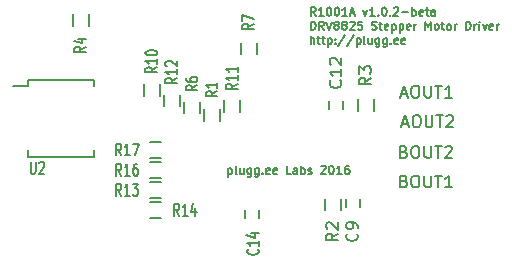
<source format=gbr>
G04 #@! TF.FileFunction,Legend,Top*
%FSLAX46Y46*%
G04 Gerber Fmt 4.6, Leading zero omitted, Abs format (unit mm)*
G04 Created by KiCad (PCBNEW 4.0.3+e1-6302~38~ubuntu14.04.1-stable) date Wed Sep  7 14:23:00 2016*
%MOMM*%
%LPD*%
G01*
G04 APERTURE LIST*
%ADD10C,0.100000*%
%ADD11C,0.200000*%
%ADD12C,0.150000*%
G04 APERTURE END LIST*
D10*
D11*
X160886905Y-85728571D02*
X161029762Y-85776190D01*
X161077381Y-85823810D01*
X161125000Y-85919048D01*
X161125000Y-86061905D01*
X161077381Y-86157143D01*
X161029762Y-86204762D01*
X160934524Y-86252381D01*
X160553571Y-86252381D01*
X160553571Y-85252381D01*
X160886905Y-85252381D01*
X160982143Y-85300000D01*
X161029762Y-85347619D01*
X161077381Y-85442857D01*
X161077381Y-85538095D01*
X161029762Y-85633333D01*
X160982143Y-85680952D01*
X160886905Y-85728571D01*
X160553571Y-85728571D01*
X161744047Y-85252381D02*
X161934524Y-85252381D01*
X162029762Y-85300000D01*
X162125000Y-85395238D01*
X162172619Y-85585714D01*
X162172619Y-85919048D01*
X162125000Y-86109524D01*
X162029762Y-86204762D01*
X161934524Y-86252381D01*
X161744047Y-86252381D01*
X161648809Y-86204762D01*
X161553571Y-86109524D01*
X161505952Y-85919048D01*
X161505952Y-85585714D01*
X161553571Y-85395238D01*
X161648809Y-85300000D01*
X161744047Y-85252381D01*
X162601190Y-85252381D02*
X162601190Y-86061905D01*
X162648809Y-86157143D01*
X162696428Y-86204762D01*
X162791666Y-86252381D01*
X162982143Y-86252381D01*
X163077381Y-86204762D01*
X163125000Y-86157143D01*
X163172619Y-86061905D01*
X163172619Y-85252381D01*
X163505952Y-85252381D02*
X164077381Y-85252381D01*
X163791666Y-86252381D02*
X163791666Y-85252381D01*
X164934524Y-86252381D02*
X164363095Y-86252381D01*
X164648809Y-86252381D02*
X164648809Y-85252381D01*
X164553571Y-85395238D01*
X164458333Y-85490476D01*
X164363095Y-85538095D01*
X160886905Y-83228571D02*
X161029762Y-83276190D01*
X161077381Y-83323810D01*
X161125000Y-83419048D01*
X161125000Y-83561905D01*
X161077381Y-83657143D01*
X161029762Y-83704762D01*
X160934524Y-83752381D01*
X160553571Y-83752381D01*
X160553571Y-82752381D01*
X160886905Y-82752381D01*
X160982143Y-82800000D01*
X161029762Y-82847619D01*
X161077381Y-82942857D01*
X161077381Y-83038095D01*
X161029762Y-83133333D01*
X160982143Y-83180952D01*
X160886905Y-83228571D01*
X160553571Y-83228571D01*
X161744047Y-82752381D02*
X161934524Y-82752381D01*
X162029762Y-82800000D01*
X162125000Y-82895238D01*
X162172619Y-83085714D01*
X162172619Y-83419048D01*
X162125000Y-83609524D01*
X162029762Y-83704762D01*
X161934524Y-83752381D01*
X161744047Y-83752381D01*
X161648809Y-83704762D01*
X161553571Y-83609524D01*
X161505952Y-83419048D01*
X161505952Y-83085714D01*
X161553571Y-82895238D01*
X161648809Y-82800000D01*
X161744047Y-82752381D01*
X162601190Y-82752381D02*
X162601190Y-83561905D01*
X162648809Y-83657143D01*
X162696428Y-83704762D01*
X162791666Y-83752381D01*
X162982143Y-83752381D01*
X163077381Y-83704762D01*
X163125000Y-83657143D01*
X163172619Y-83561905D01*
X163172619Y-82752381D01*
X163505952Y-82752381D02*
X164077381Y-82752381D01*
X163791666Y-83752381D02*
X163791666Y-82752381D01*
X164363095Y-82847619D02*
X164410714Y-82800000D01*
X164505952Y-82752381D01*
X164744048Y-82752381D01*
X164839286Y-82800000D01*
X164886905Y-82847619D01*
X164934524Y-82942857D01*
X164934524Y-83038095D01*
X164886905Y-83180952D01*
X164315476Y-83752381D01*
X164934524Y-83752381D01*
X160748809Y-80866667D02*
X161225000Y-80866667D01*
X160653571Y-81152381D02*
X160986904Y-80152381D01*
X161320238Y-81152381D01*
X161844047Y-80152381D02*
X162034524Y-80152381D01*
X162129762Y-80200000D01*
X162225000Y-80295238D01*
X162272619Y-80485714D01*
X162272619Y-80819048D01*
X162225000Y-81009524D01*
X162129762Y-81104762D01*
X162034524Y-81152381D01*
X161844047Y-81152381D01*
X161748809Y-81104762D01*
X161653571Y-81009524D01*
X161605952Y-80819048D01*
X161605952Y-80485714D01*
X161653571Y-80295238D01*
X161748809Y-80200000D01*
X161844047Y-80152381D01*
X162701190Y-80152381D02*
X162701190Y-80961905D01*
X162748809Y-81057143D01*
X162796428Y-81104762D01*
X162891666Y-81152381D01*
X163082143Y-81152381D01*
X163177381Y-81104762D01*
X163225000Y-81057143D01*
X163272619Y-80961905D01*
X163272619Y-80152381D01*
X163605952Y-80152381D02*
X164177381Y-80152381D01*
X163891666Y-81152381D02*
X163891666Y-80152381D01*
X164463095Y-80247619D02*
X164510714Y-80200000D01*
X164605952Y-80152381D01*
X164844048Y-80152381D01*
X164939286Y-80200000D01*
X164986905Y-80247619D01*
X165034524Y-80342857D01*
X165034524Y-80438095D01*
X164986905Y-80580952D01*
X164415476Y-81152381D01*
X165034524Y-81152381D01*
X160648809Y-78366667D02*
X161125000Y-78366667D01*
X160553571Y-78652381D02*
X160886904Y-77652381D01*
X161220238Y-78652381D01*
X161744047Y-77652381D02*
X161934524Y-77652381D01*
X162029762Y-77700000D01*
X162125000Y-77795238D01*
X162172619Y-77985714D01*
X162172619Y-78319048D01*
X162125000Y-78509524D01*
X162029762Y-78604762D01*
X161934524Y-78652381D01*
X161744047Y-78652381D01*
X161648809Y-78604762D01*
X161553571Y-78509524D01*
X161505952Y-78319048D01*
X161505952Y-77985714D01*
X161553571Y-77795238D01*
X161648809Y-77700000D01*
X161744047Y-77652381D01*
X162601190Y-77652381D02*
X162601190Y-78461905D01*
X162648809Y-78557143D01*
X162696428Y-78604762D01*
X162791666Y-78652381D01*
X162982143Y-78652381D01*
X163077381Y-78604762D01*
X163125000Y-78557143D01*
X163172619Y-78461905D01*
X163172619Y-77652381D01*
X163505952Y-77652381D02*
X164077381Y-77652381D01*
X163791666Y-78652381D02*
X163791666Y-77652381D01*
X164934524Y-78652381D02*
X164363095Y-78652381D01*
X164648809Y-78652381D02*
X164648809Y-77652381D01*
X164553571Y-77795238D01*
X164458333Y-77890476D01*
X164363095Y-77938095D01*
D12*
X145991667Y-84650000D02*
X145991667Y-85350000D01*
X145991667Y-84683333D02*
X146058333Y-84650000D01*
X146191667Y-84650000D01*
X146258333Y-84683333D01*
X146291667Y-84716667D01*
X146325000Y-84783333D01*
X146325000Y-84983333D01*
X146291667Y-85050000D01*
X146258333Y-85083333D01*
X146191667Y-85116667D01*
X146058333Y-85116667D01*
X145991667Y-85083333D01*
X146725000Y-85116667D02*
X146658333Y-85083333D01*
X146625000Y-85016667D01*
X146625000Y-84416667D01*
X147291667Y-84650000D02*
X147291667Y-85116667D01*
X146991667Y-84650000D02*
X146991667Y-85016667D01*
X147025000Y-85083333D01*
X147091667Y-85116667D01*
X147191667Y-85116667D01*
X147258333Y-85083333D01*
X147291667Y-85050000D01*
X147925000Y-84650000D02*
X147925000Y-85216667D01*
X147891666Y-85283333D01*
X147858333Y-85316667D01*
X147791666Y-85350000D01*
X147691666Y-85350000D01*
X147625000Y-85316667D01*
X147925000Y-85083333D02*
X147858333Y-85116667D01*
X147725000Y-85116667D01*
X147658333Y-85083333D01*
X147625000Y-85050000D01*
X147591666Y-84983333D01*
X147591666Y-84783333D01*
X147625000Y-84716667D01*
X147658333Y-84683333D01*
X147725000Y-84650000D01*
X147858333Y-84650000D01*
X147925000Y-84683333D01*
X148558333Y-84650000D02*
X148558333Y-85216667D01*
X148524999Y-85283333D01*
X148491666Y-85316667D01*
X148424999Y-85350000D01*
X148324999Y-85350000D01*
X148258333Y-85316667D01*
X148558333Y-85083333D02*
X148491666Y-85116667D01*
X148358333Y-85116667D01*
X148291666Y-85083333D01*
X148258333Y-85050000D01*
X148224999Y-84983333D01*
X148224999Y-84783333D01*
X148258333Y-84716667D01*
X148291666Y-84683333D01*
X148358333Y-84650000D01*
X148491666Y-84650000D01*
X148558333Y-84683333D01*
X148891666Y-85050000D02*
X148924999Y-85083333D01*
X148891666Y-85116667D01*
X148858332Y-85083333D01*
X148891666Y-85050000D01*
X148891666Y-85116667D01*
X149491665Y-85083333D02*
X149424999Y-85116667D01*
X149291665Y-85116667D01*
X149224999Y-85083333D01*
X149191665Y-85016667D01*
X149191665Y-84750000D01*
X149224999Y-84683333D01*
X149291665Y-84650000D01*
X149424999Y-84650000D01*
X149491665Y-84683333D01*
X149524999Y-84750000D01*
X149524999Y-84816667D01*
X149191665Y-84883333D01*
X150091665Y-85083333D02*
X150024999Y-85116667D01*
X149891665Y-85116667D01*
X149824999Y-85083333D01*
X149791665Y-85016667D01*
X149791665Y-84750000D01*
X149824999Y-84683333D01*
X149891665Y-84650000D01*
X150024999Y-84650000D01*
X150091665Y-84683333D01*
X150124999Y-84750000D01*
X150124999Y-84816667D01*
X149791665Y-84883333D01*
X151291665Y-85116667D02*
X150958332Y-85116667D01*
X150958332Y-84416667D01*
X151824999Y-85116667D02*
X151824999Y-84750000D01*
X151791665Y-84683333D01*
X151724999Y-84650000D01*
X151591665Y-84650000D01*
X151524999Y-84683333D01*
X151824999Y-85083333D02*
X151758332Y-85116667D01*
X151591665Y-85116667D01*
X151524999Y-85083333D01*
X151491665Y-85016667D01*
X151491665Y-84950000D01*
X151524999Y-84883333D01*
X151591665Y-84850000D01*
X151758332Y-84850000D01*
X151824999Y-84816667D01*
X152158332Y-85116667D02*
X152158332Y-84416667D01*
X152158332Y-84683333D02*
X152224998Y-84650000D01*
X152358332Y-84650000D01*
X152424998Y-84683333D01*
X152458332Y-84716667D01*
X152491665Y-84783333D01*
X152491665Y-84983333D01*
X152458332Y-85050000D01*
X152424998Y-85083333D01*
X152358332Y-85116667D01*
X152224998Y-85116667D01*
X152158332Y-85083333D01*
X152758331Y-85083333D02*
X152824998Y-85116667D01*
X152958331Y-85116667D01*
X153024998Y-85083333D01*
X153058331Y-85016667D01*
X153058331Y-84983333D01*
X153024998Y-84916667D01*
X152958331Y-84883333D01*
X152858331Y-84883333D01*
X152791665Y-84850000D01*
X152758331Y-84783333D01*
X152758331Y-84750000D01*
X152791665Y-84683333D01*
X152858331Y-84650000D01*
X152958331Y-84650000D01*
X153024998Y-84683333D01*
X153858331Y-84483333D02*
X153891665Y-84450000D01*
X153958331Y-84416667D01*
X154124998Y-84416667D01*
X154191665Y-84450000D01*
X154224998Y-84483333D01*
X154258331Y-84550000D01*
X154258331Y-84616667D01*
X154224998Y-84716667D01*
X153824998Y-85116667D01*
X154258331Y-85116667D01*
X154691665Y-84416667D02*
X154758332Y-84416667D01*
X154824998Y-84450000D01*
X154858332Y-84483333D01*
X154891665Y-84550000D01*
X154924998Y-84683333D01*
X154924998Y-84850000D01*
X154891665Y-84983333D01*
X154858332Y-85050000D01*
X154824998Y-85083333D01*
X154758332Y-85116667D01*
X154691665Y-85116667D01*
X154624998Y-85083333D01*
X154591665Y-85050000D01*
X154558332Y-84983333D01*
X154524998Y-84850000D01*
X154524998Y-84683333D01*
X154558332Y-84550000D01*
X154591665Y-84483333D01*
X154624998Y-84450000D01*
X154691665Y-84416667D01*
X155591665Y-85116667D02*
X155191665Y-85116667D01*
X155391665Y-85116667D02*
X155391665Y-84416667D01*
X155324999Y-84516667D01*
X155258332Y-84583333D01*
X155191665Y-84616667D01*
X156191666Y-84416667D02*
X156058332Y-84416667D01*
X155991666Y-84450000D01*
X155958332Y-84483333D01*
X155891666Y-84583333D01*
X155858332Y-84716667D01*
X155858332Y-84983333D01*
X155891666Y-85050000D01*
X155924999Y-85083333D01*
X155991666Y-85116667D01*
X156124999Y-85116667D01*
X156191666Y-85083333D01*
X156224999Y-85050000D01*
X156258332Y-84983333D01*
X156258332Y-84816667D01*
X156224999Y-84750000D01*
X156191666Y-84716667D01*
X156124999Y-84683333D01*
X155991666Y-84683333D01*
X155924999Y-84716667D01*
X155891666Y-84750000D01*
X155858332Y-84816667D01*
X153391667Y-71716667D02*
X153158333Y-71383333D01*
X152991667Y-71716667D02*
X152991667Y-71016667D01*
X153258333Y-71016667D01*
X153325000Y-71050000D01*
X153358333Y-71083333D01*
X153391667Y-71150000D01*
X153391667Y-71250000D01*
X153358333Y-71316667D01*
X153325000Y-71350000D01*
X153258333Y-71383333D01*
X152991667Y-71383333D01*
X154058333Y-71716667D02*
X153658333Y-71716667D01*
X153858333Y-71716667D02*
X153858333Y-71016667D01*
X153791667Y-71116667D01*
X153725000Y-71183333D01*
X153658333Y-71216667D01*
X154491667Y-71016667D02*
X154558334Y-71016667D01*
X154625000Y-71050000D01*
X154658334Y-71083333D01*
X154691667Y-71150000D01*
X154725000Y-71283333D01*
X154725000Y-71450000D01*
X154691667Y-71583333D01*
X154658334Y-71650000D01*
X154625000Y-71683333D01*
X154558334Y-71716667D01*
X154491667Y-71716667D01*
X154425000Y-71683333D01*
X154391667Y-71650000D01*
X154358334Y-71583333D01*
X154325000Y-71450000D01*
X154325000Y-71283333D01*
X154358334Y-71150000D01*
X154391667Y-71083333D01*
X154425000Y-71050000D01*
X154491667Y-71016667D01*
X155158334Y-71016667D02*
X155225001Y-71016667D01*
X155291667Y-71050000D01*
X155325001Y-71083333D01*
X155358334Y-71150000D01*
X155391667Y-71283333D01*
X155391667Y-71450000D01*
X155358334Y-71583333D01*
X155325001Y-71650000D01*
X155291667Y-71683333D01*
X155225001Y-71716667D01*
X155158334Y-71716667D01*
X155091667Y-71683333D01*
X155058334Y-71650000D01*
X155025001Y-71583333D01*
X154991667Y-71450000D01*
X154991667Y-71283333D01*
X155025001Y-71150000D01*
X155058334Y-71083333D01*
X155091667Y-71050000D01*
X155158334Y-71016667D01*
X156058334Y-71716667D02*
X155658334Y-71716667D01*
X155858334Y-71716667D02*
X155858334Y-71016667D01*
X155791668Y-71116667D01*
X155725001Y-71183333D01*
X155658334Y-71216667D01*
X156325001Y-71516667D02*
X156658335Y-71516667D01*
X156258335Y-71716667D02*
X156491668Y-71016667D01*
X156725001Y-71716667D01*
X157425001Y-71250000D02*
X157591668Y-71716667D01*
X157758334Y-71250000D01*
X158391667Y-71716667D02*
X157991667Y-71716667D01*
X158191667Y-71716667D02*
X158191667Y-71016667D01*
X158125001Y-71116667D01*
X158058334Y-71183333D01*
X157991667Y-71216667D01*
X158691668Y-71650000D02*
X158725001Y-71683333D01*
X158691668Y-71716667D01*
X158658334Y-71683333D01*
X158691668Y-71650000D01*
X158691668Y-71716667D01*
X159158334Y-71016667D02*
X159225001Y-71016667D01*
X159291667Y-71050000D01*
X159325001Y-71083333D01*
X159358334Y-71150000D01*
X159391667Y-71283333D01*
X159391667Y-71450000D01*
X159358334Y-71583333D01*
X159325001Y-71650000D01*
X159291667Y-71683333D01*
X159225001Y-71716667D01*
X159158334Y-71716667D01*
X159091667Y-71683333D01*
X159058334Y-71650000D01*
X159025001Y-71583333D01*
X158991667Y-71450000D01*
X158991667Y-71283333D01*
X159025001Y-71150000D01*
X159058334Y-71083333D01*
X159091667Y-71050000D01*
X159158334Y-71016667D01*
X159691668Y-71650000D02*
X159725001Y-71683333D01*
X159691668Y-71716667D01*
X159658334Y-71683333D01*
X159691668Y-71650000D01*
X159691668Y-71716667D01*
X159991667Y-71083333D02*
X160025001Y-71050000D01*
X160091667Y-71016667D01*
X160258334Y-71016667D01*
X160325001Y-71050000D01*
X160358334Y-71083333D01*
X160391667Y-71150000D01*
X160391667Y-71216667D01*
X160358334Y-71316667D01*
X159958334Y-71716667D01*
X160391667Y-71716667D01*
X160691668Y-71450000D02*
X161225001Y-71450000D01*
X161558335Y-71716667D02*
X161558335Y-71016667D01*
X161558335Y-71283333D02*
X161625001Y-71250000D01*
X161758335Y-71250000D01*
X161825001Y-71283333D01*
X161858335Y-71316667D01*
X161891668Y-71383333D01*
X161891668Y-71583333D01*
X161858335Y-71650000D01*
X161825001Y-71683333D01*
X161758335Y-71716667D01*
X161625001Y-71716667D01*
X161558335Y-71683333D01*
X162458334Y-71683333D02*
X162391668Y-71716667D01*
X162258334Y-71716667D01*
X162191668Y-71683333D01*
X162158334Y-71616667D01*
X162158334Y-71350000D01*
X162191668Y-71283333D01*
X162258334Y-71250000D01*
X162391668Y-71250000D01*
X162458334Y-71283333D01*
X162491668Y-71350000D01*
X162491668Y-71416667D01*
X162158334Y-71483333D01*
X162691668Y-71250000D02*
X162958334Y-71250000D01*
X162791668Y-71016667D02*
X162791668Y-71616667D01*
X162825001Y-71683333D01*
X162891668Y-71716667D01*
X162958334Y-71716667D01*
X163491668Y-71716667D02*
X163491668Y-71350000D01*
X163458334Y-71283333D01*
X163391668Y-71250000D01*
X163258334Y-71250000D01*
X163191668Y-71283333D01*
X163491668Y-71683333D02*
X163425001Y-71716667D01*
X163258334Y-71716667D01*
X163191668Y-71683333D01*
X163158334Y-71616667D01*
X163158334Y-71550000D01*
X163191668Y-71483333D01*
X163258334Y-71450000D01*
X163425001Y-71450000D01*
X163491668Y-71416667D01*
X152991667Y-72916667D02*
X152991667Y-72216667D01*
X153158333Y-72216667D01*
X153258333Y-72250000D01*
X153325000Y-72316667D01*
X153358333Y-72383333D01*
X153391667Y-72516667D01*
X153391667Y-72616667D01*
X153358333Y-72750000D01*
X153325000Y-72816667D01*
X153258333Y-72883333D01*
X153158333Y-72916667D01*
X152991667Y-72916667D01*
X154091667Y-72916667D02*
X153858333Y-72583333D01*
X153691667Y-72916667D02*
X153691667Y-72216667D01*
X153958333Y-72216667D01*
X154025000Y-72250000D01*
X154058333Y-72283333D01*
X154091667Y-72350000D01*
X154091667Y-72450000D01*
X154058333Y-72516667D01*
X154025000Y-72550000D01*
X153958333Y-72583333D01*
X153691667Y-72583333D01*
X154291667Y-72216667D02*
X154525000Y-72916667D01*
X154758333Y-72216667D01*
X155091667Y-72516667D02*
X155025000Y-72483333D01*
X154991667Y-72450000D01*
X154958333Y-72383333D01*
X154958333Y-72350000D01*
X154991667Y-72283333D01*
X155025000Y-72250000D01*
X155091667Y-72216667D01*
X155225000Y-72216667D01*
X155291667Y-72250000D01*
X155325000Y-72283333D01*
X155358333Y-72350000D01*
X155358333Y-72383333D01*
X155325000Y-72450000D01*
X155291667Y-72483333D01*
X155225000Y-72516667D01*
X155091667Y-72516667D01*
X155025000Y-72550000D01*
X154991667Y-72583333D01*
X154958333Y-72650000D01*
X154958333Y-72783333D01*
X154991667Y-72850000D01*
X155025000Y-72883333D01*
X155091667Y-72916667D01*
X155225000Y-72916667D01*
X155291667Y-72883333D01*
X155325000Y-72850000D01*
X155358333Y-72783333D01*
X155358333Y-72650000D01*
X155325000Y-72583333D01*
X155291667Y-72550000D01*
X155225000Y-72516667D01*
X155758334Y-72516667D02*
X155691667Y-72483333D01*
X155658334Y-72450000D01*
X155625000Y-72383333D01*
X155625000Y-72350000D01*
X155658334Y-72283333D01*
X155691667Y-72250000D01*
X155758334Y-72216667D01*
X155891667Y-72216667D01*
X155958334Y-72250000D01*
X155991667Y-72283333D01*
X156025000Y-72350000D01*
X156025000Y-72383333D01*
X155991667Y-72450000D01*
X155958334Y-72483333D01*
X155891667Y-72516667D01*
X155758334Y-72516667D01*
X155691667Y-72550000D01*
X155658334Y-72583333D01*
X155625000Y-72650000D01*
X155625000Y-72783333D01*
X155658334Y-72850000D01*
X155691667Y-72883333D01*
X155758334Y-72916667D01*
X155891667Y-72916667D01*
X155958334Y-72883333D01*
X155991667Y-72850000D01*
X156025000Y-72783333D01*
X156025000Y-72650000D01*
X155991667Y-72583333D01*
X155958334Y-72550000D01*
X155891667Y-72516667D01*
X156291667Y-72283333D02*
X156325001Y-72250000D01*
X156391667Y-72216667D01*
X156558334Y-72216667D01*
X156625001Y-72250000D01*
X156658334Y-72283333D01*
X156691667Y-72350000D01*
X156691667Y-72416667D01*
X156658334Y-72516667D01*
X156258334Y-72916667D01*
X156691667Y-72916667D01*
X157325001Y-72216667D02*
X156991668Y-72216667D01*
X156958334Y-72550000D01*
X156991668Y-72516667D01*
X157058334Y-72483333D01*
X157225001Y-72483333D01*
X157291668Y-72516667D01*
X157325001Y-72550000D01*
X157358334Y-72616667D01*
X157358334Y-72783333D01*
X157325001Y-72850000D01*
X157291668Y-72883333D01*
X157225001Y-72916667D01*
X157058334Y-72916667D01*
X156991668Y-72883333D01*
X156958334Y-72850000D01*
X158158334Y-72883333D02*
X158258334Y-72916667D01*
X158425001Y-72916667D01*
X158491668Y-72883333D01*
X158525001Y-72850000D01*
X158558334Y-72783333D01*
X158558334Y-72716667D01*
X158525001Y-72650000D01*
X158491668Y-72616667D01*
X158425001Y-72583333D01*
X158291668Y-72550000D01*
X158225001Y-72516667D01*
X158191668Y-72483333D01*
X158158334Y-72416667D01*
X158158334Y-72350000D01*
X158191668Y-72283333D01*
X158225001Y-72250000D01*
X158291668Y-72216667D01*
X158458334Y-72216667D01*
X158558334Y-72250000D01*
X158758335Y-72450000D02*
X159025001Y-72450000D01*
X158858335Y-72216667D02*
X158858335Y-72816667D01*
X158891668Y-72883333D01*
X158958335Y-72916667D01*
X159025001Y-72916667D01*
X159525001Y-72883333D02*
X159458335Y-72916667D01*
X159325001Y-72916667D01*
X159258335Y-72883333D01*
X159225001Y-72816667D01*
X159225001Y-72550000D01*
X159258335Y-72483333D01*
X159325001Y-72450000D01*
X159458335Y-72450000D01*
X159525001Y-72483333D01*
X159558335Y-72550000D01*
X159558335Y-72616667D01*
X159225001Y-72683333D01*
X159858335Y-72450000D02*
X159858335Y-73150000D01*
X159858335Y-72483333D02*
X159925001Y-72450000D01*
X160058335Y-72450000D01*
X160125001Y-72483333D01*
X160158335Y-72516667D01*
X160191668Y-72583333D01*
X160191668Y-72783333D01*
X160158335Y-72850000D01*
X160125001Y-72883333D01*
X160058335Y-72916667D01*
X159925001Y-72916667D01*
X159858335Y-72883333D01*
X160491668Y-72450000D02*
X160491668Y-73150000D01*
X160491668Y-72483333D02*
X160558334Y-72450000D01*
X160691668Y-72450000D01*
X160758334Y-72483333D01*
X160791668Y-72516667D01*
X160825001Y-72583333D01*
X160825001Y-72783333D01*
X160791668Y-72850000D01*
X160758334Y-72883333D01*
X160691668Y-72916667D01*
X160558334Y-72916667D01*
X160491668Y-72883333D01*
X161391667Y-72883333D02*
X161325001Y-72916667D01*
X161191667Y-72916667D01*
X161125001Y-72883333D01*
X161091667Y-72816667D01*
X161091667Y-72550000D01*
X161125001Y-72483333D01*
X161191667Y-72450000D01*
X161325001Y-72450000D01*
X161391667Y-72483333D01*
X161425001Y-72550000D01*
X161425001Y-72616667D01*
X161091667Y-72683333D01*
X161725001Y-72916667D02*
X161725001Y-72450000D01*
X161725001Y-72583333D02*
X161758334Y-72516667D01*
X161791667Y-72483333D01*
X161858334Y-72450000D01*
X161925001Y-72450000D01*
X162691667Y-72916667D02*
X162691667Y-72216667D01*
X162925000Y-72716667D01*
X163158333Y-72216667D01*
X163158333Y-72916667D01*
X163591667Y-72916667D02*
X163525000Y-72883333D01*
X163491667Y-72850000D01*
X163458333Y-72783333D01*
X163458333Y-72583333D01*
X163491667Y-72516667D01*
X163525000Y-72483333D01*
X163591667Y-72450000D01*
X163691667Y-72450000D01*
X163758333Y-72483333D01*
X163791667Y-72516667D01*
X163825000Y-72583333D01*
X163825000Y-72783333D01*
X163791667Y-72850000D01*
X163758333Y-72883333D01*
X163691667Y-72916667D01*
X163591667Y-72916667D01*
X164025000Y-72450000D02*
X164291666Y-72450000D01*
X164125000Y-72216667D02*
X164125000Y-72816667D01*
X164158333Y-72883333D01*
X164225000Y-72916667D01*
X164291666Y-72916667D01*
X164625000Y-72916667D02*
X164558333Y-72883333D01*
X164525000Y-72850000D01*
X164491666Y-72783333D01*
X164491666Y-72583333D01*
X164525000Y-72516667D01*
X164558333Y-72483333D01*
X164625000Y-72450000D01*
X164725000Y-72450000D01*
X164791666Y-72483333D01*
X164825000Y-72516667D01*
X164858333Y-72583333D01*
X164858333Y-72783333D01*
X164825000Y-72850000D01*
X164791666Y-72883333D01*
X164725000Y-72916667D01*
X164625000Y-72916667D01*
X165158333Y-72916667D02*
X165158333Y-72450000D01*
X165158333Y-72583333D02*
X165191666Y-72516667D01*
X165224999Y-72483333D01*
X165291666Y-72450000D01*
X165358333Y-72450000D01*
X166124999Y-72916667D02*
X166124999Y-72216667D01*
X166291665Y-72216667D01*
X166391665Y-72250000D01*
X166458332Y-72316667D01*
X166491665Y-72383333D01*
X166524999Y-72516667D01*
X166524999Y-72616667D01*
X166491665Y-72750000D01*
X166458332Y-72816667D01*
X166391665Y-72883333D01*
X166291665Y-72916667D01*
X166124999Y-72916667D01*
X166824999Y-72916667D02*
X166824999Y-72450000D01*
X166824999Y-72583333D02*
X166858332Y-72516667D01*
X166891665Y-72483333D01*
X166958332Y-72450000D01*
X167024999Y-72450000D01*
X167258332Y-72916667D02*
X167258332Y-72450000D01*
X167258332Y-72216667D02*
X167224998Y-72250000D01*
X167258332Y-72283333D01*
X167291665Y-72250000D01*
X167258332Y-72216667D01*
X167258332Y-72283333D01*
X167524998Y-72450000D02*
X167691665Y-72916667D01*
X167858331Y-72450000D01*
X168391664Y-72883333D02*
X168324998Y-72916667D01*
X168191664Y-72916667D01*
X168124998Y-72883333D01*
X168091664Y-72816667D01*
X168091664Y-72550000D01*
X168124998Y-72483333D01*
X168191664Y-72450000D01*
X168324998Y-72450000D01*
X168391664Y-72483333D01*
X168424998Y-72550000D01*
X168424998Y-72616667D01*
X168091664Y-72683333D01*
X168724998Y-72916667D02*
X168724998Y-72450000D01*
X168724998Y-72583333D02*
X168758331Y-72516667D01*
X168791664Y-72483333D01*
X168858331Y-72450000D01*
X168924998Y-72450000D01*
X152991667Y-74116667D02*
X152991667Y-73416667D01*
X153291667Y-74116667D02*
X153291667Y-73750000D01*
X153258333Y-73683333D01*
X153191667Y-73650000D01*
X153091667Y-73650000D01*
X153025000Y-73683333D01*
X152991667Y-73716667D01*
X153525000Y-73650000D02*
X153791666Y-73650000D01*
X153625000Y-73416667D02*
X153625000Y-74016667D01*
X153658333Y-74083333D01*
X153725000Y-74116667D01*
X153791666Y-74116667D01*
X153925000Y-73650000D02*
X154191666Y-73650000D01*
X154025000Y-73416667D02*
X154025000Y-74016667D01*
X154058333Y-74083333D01*
X154125000Y-74116667D01*
X154191666Y-74116667D01*
X154425000Y-73650000D02*
X154425000Y-74350000D01*
X154425000Y-73683333D02*
X154491666Y-73650000D01*
X154625000Y-73650000D01*
X154691666Y-73683333D01*
X154725000Y-73716667D01*
X154758333Y-73783333D01*
X154758333Y-73983333D01*
X154725000Y-74050000D01*
X154691666Y-74083333D01*
X154625000Y-74116667D01*
X154491666Y-74116667D01*
X154425000Y-74083333D01*
X155058333Y-74050000D02*
X155091666Y-74083333D01*
X155058333Y-74116667D01*
X155024999Y-74083333D01*
X155058333Y-74050000D01*
X155058333Y-74116667D01*
X155058333Y-73683333D02*
X155091666Y-73716667D01*
X155058333Y-73750000D01*
X155024999Y-73716667D01*
X155058333Y-73683333D01*
X155058333Y-73750000D01*
X155891666Y-73383333D02*
X155291666Y-74283333D01*
X156624999Y-73383333D02*
X156024999Y-74283333D01*
X156858332Y-73650000D02*
X156858332Y-74350000D01*
X156858332Y-73683333D02*
X156924998Y-73650000D01*
X157058332Y-73650000D01*
X157124998Y-73683333D01*
X157158332Y-73716667D01*
X157191665Y-73783333D01*
X157191665Y-73983333D01*
X157158332Y-74050000D01*
X157124998Y-74083333D01*
X157058332Y-74116667D01*
X156924998Y-74116667D01*
X156858332Y-74083333D01*
X157591665Y-74116667D02*
X157524998Y-74083333D01*
X157491665Y-74016667D01*
X157491665Y-73416667D01*
X158158332Y-73650000D02*
X158158332Y-74116667D01*
X157858332Y-73650000D02*
X157858332Y-74016667D01*
X157891665Y-74083333D01*
X157958332Y-74116667D01*
X158058332Y-74116667D01*
X158124998Y-74083333D01*
X158158332Y-74050000D01*
X158791665Y-73650000D02*
X158791665Y-74216667D01*
X158758331Y-74283333D01*
X158724998Y-74316667D01*
X158658331Y-74350000D01*
X158558331Y-74350000D01*
X158491665Y-74316667D01*
X158791665Y-74083333D02*
X158724998Y-74116667D01*
X158591665Y-74116667D01*
X158524998Y-74083333D01*
X158491665Y-74050000D01*
X158458331Y-73983333D01*
X158458331Y-73783333D01*
X158491665Y-73716667D01*
X158524998Y-73683333D01*
X158591665Y-73650000D01*
X158724998Y-73650000D01*
X158791665Y-73683333D01*
X159424998Y-73650000D02*
X159424998Y-74216667D01*
X159391664Y-74283333D01*
X159358331Y-74316667D01*
X159291664Y-74350000D01*
X159191664Y-74350000D01*
X159124998Y-74316667D01*
X159424998Y-74083333D02*
X159358331Y-74116667D01*
X159224998Y-74116667D01*
X159158331Y-74083333D01*
X159124998Y-74050000D01*
X159091664Y-73983333D01*
X159091664Y-73783333D01*
X159124998Y-73716667D01*
X159158331Y-73683333D01*
X159224998Y-73650000D01*
X159358331Y-73650000D01*
X159424998Y-73683333D01*
X159758331Y-74050000D02*
X159791664Y-74083333D01*
X159758331Y-74116667D01*
X159724997Y-74083333D01*
X159758331Y-74050000D01*
X159758331Y-74116667D01*
X160358330Y-74083333D02*
X160291664Y-74116667D01*
X160158330Y-74116667D01*
X160091664Y-74083333D01*
X160058330Y-74016667D01*
X160058330Y-73750000D01*
X160091664Y-73683333D01*
X160158330Y-73650000D01*
X160291664Y-73650000D01*
X160358330Y-73683333D01*
X160391664Y-73750000D01*
X160391664Y-73816667D01*
X160058330Y-73883333D01*
X160958330Y-74083333D02*
X160891664Y-74116667D01*
X160758330Y-74116667D01*
X160691664Y-74083333D01*
X160658330Y-74016667D01*
X160658330Y-73750000D01*
X160691664Y-73683333D01*
X160758330Y-73650000D01*
X160891664Y-73650000D01*
X160958330Y-73683333D01*
X160991664Y-73750000D01*
X160991664Y-73816667D01*
X160658330Y-73883333D01*
X158300000Y-78800000D02*
X158300000Y-79800000D01*
X156950000Y-79800000D02*
X156950000Y-78800000D01*
X157125000Y-87250000D02*
X157125000Y-87950000D01*
X155925000Y-87950000D02*
X155925000Y-87250000D01*
X154525000Y-79650000D02*
X154525000Y-78950000D01*
X155725000Y-78950000D02*
X155725000Y-79650000D01*
X148625000Y-88150000D02*
X148625000Y-88850000D01*
X147425000Y-88850000D02*
X147425000Y-88150000D01*
X143950000Y-80600000D02*
X143950000Y-79600000D01*
X145300000Y-79600000D02*
X145300000Y-80600000D01*
X154150000Y-88200000D02*
X154150000Y-87200000D01*
X155500000Y-87200000D02*
X155500000Y-88200000D01*
X147050000Y-75000000D02*
X147050000Y-74000000D01*
X148400000Y-74000000D02*
X148400000Y-75000000D01*
X145650000Y-79900000D02*
X145650000Y-78900000D01*
X147000000Y-78900000D02*
X147000000Y-79900000D01*
X132850000Y-72600000D02*
X132850000Y-71600000D01*
X134200000Y-71600000D02*
X134200000Y-72600000D01*
X129050000Y-77125000D02*
X129050000Y-77700000D01*
X134600000Y-77125000D02*
X134600000Y-77700000D01*
X134600000Y-83675000D02*
X134600000Y-83100000D01*
X129050000Y-83675000D02*
X129050000Y-83100000D01*
X129050000Y-77125000D02*
X134600000Y-77125000D01*
X129050000Y-83675000D02*
X134600000Y-83675000D01*
X129050000Y-77700000D02*
X127775000Y-77700000D01*
X142250000Y-80000000D02*
X142250000Y-79000000D01*
X143600000Y-79000000D02*
X143600000Y-80000000D01*
X138850000Y-78500000D02*
X138850000Y-77500000D01*
X140200000Y-77500000D02*
X140200000Y-78500000D01*
X140550000Y-79400000D02*
X140550000Y-78400000D01*
X141900000Y-78400000D02*
X141900000Y-79400000D01*
X140325000Y-87175000D02*
X139325000Y-87175000D01*
X139325000Y-85825000D02*
X140325000Y-85825000D01*
X140325000Y-88875000D02*
X139325000Y-88875000D01*
X139325000Y-87525000D02*
X140325000Y-87525000D01*
X140325000Y-85475000D02*
X139325000Y-85475000D01*
X139325000Y-84125000D02*
X140325000Y-84125000D01*
X140325000Y-83775000D02*
X139325000Y-83775000D01*
X139325000Y-82425000D02*
X140325000Y-82425000D01*
X158077381Y-76966666D02*
X157601190Y-77300000D01*
X158077381Y-77538095D02*
X157077381Y-77538095D01*
X157077381Y-77157142D01*
X157125000Y-77061904D01*
X157172619Y-77014285D01*
X157267857Y-76966666D01*
X157410714Y-76966666D01*
X157505952Y-77014285D01*
X157553571Y-77061904D01*
X157601190Y-77157142D01*
X157601190Y-77538095D01*
X157077381Y-76633333D02*
X157077381Y-76014285D01*
X157458333Y-76347619D01*
X157458333Y-76204761D01*
X157505952Y-76109523D01*
X157553571Y-76061904D01*
X157648810Y-76014285D01*
X157886905Y-76014285D01*
X157982143Y-76061904D01*
X158029762Y-76109523D01*
X158077381Y-76204761D01*
X158077381Y-76490476D01*
X158029762Y-76585714D01*
X157982143Y-76633333D01*
X156882143Y-90166666D02*
X156929762Y-90214285D01*
X156977381Y-90357142D01*
X156977381Y-90452380D01*
X156929762Y-90595238D01*
X156834524Y-90690476D01*
X156739286Y-90738095D01*
X156548810Y-90785714D01*
X156405952Y-90785714D01*
X156215476Y-90738095D01*
X156120238Y-90690476D01*
X156025000Y-90595238D01*
X155977381Y-90452380D01*
X155977381Y-90357142D01*
X156025000Y-90214285D01*
X156072619Y-90166666D01*
X156977381Y-89690476D02*
X156977381Y-89500000D01*
X156929762Y-89404761D01*
X156882143Y-89357142D01*
X156739286Y-89261904D01*
X156548810Y-89214285D01*
X156167857Y-89214285D01*
X156072619Y-89261904D01*
X156025000Y-89309523D01*
X155977381Y-89404761D01*
X155977381Y-89595238D01*
X156025000Y-89690476D01*
X156072619Y-89738095D01*
X156167857Y-89785714D01*
X156405952Y-89785714D01*
X156501190Y-89738095D01*
X156548810Y-89690476D01*
X156596429Y-89595238D01*
X156596429Y-89404761D01*
X156548810Y-89309523D01*
X156501190Y-89261904D01*
X156405952Y-89214285D01*
X155482143Y-77192857D02*
X155529762Y-77240476D01*
X155577381Y-77383333D01*
X155577381Y-77478571D01*
X155529762Y-77621429D01*
X155434524Y-77716667D01*
X155339286Y-77764286D01*
X155148810Y-77811905D01*
X155005952Y-77811905D01*
X154815476Y-77764286D01*
X154720238Y-77716667D01*
X154625000Y-77621429D01*
X154577381Y-77478571D01*
X154577381Y-77383333D01*
X154625000Y-77240476D01*
X154672619Y-77192857D01*
X155577381Y-76240476D02*
X155577381Y-76811905D01*
X155577381Y-76526191D02*
X154577381Y-76526191D01*
X154720238Y-76621429D01*
X154815476Y-76716667D01*
X154863095Y-76811905D01*
X154672619Y-75859524D02*
X154625000Y-75811905D01*
X154577381Y-75716667D01*
X154577381Y-75478571D01*
X154625000Y-75383333D01*
X154672619Y-75335714D01*
X154767857Y-75288095D01*
X154863095Y-75288095D01*
X155005952Y-75335714D01*
X155577381Y-75907143D01*
X155577381Y-75288095D01*
X148482143Y-91507143D02*
X148529762Y-91542857D01*
X148577381Y-91650000D01*
X148577381Y-91721429D01*
X148529762Y-91828572D01*
X148434524Y-91900000D01*
X148339286Y-91935715D01*
X148148810Y-91971429D01*
X148005952Y-91971429D01*
X147815476Y-91935715D01*
X147720238Y-91900000D01*
X147625000Y-91828572D01*
X147577381Y-91721429D01*
X147577381Y-91650000D01*
X147625000Y-91542857D01*
X147672619Y-91507143D01*
X148577381Y-90792857D02*
X148577381Y-91221429D01*
X148577381Y-91007143D02*
X147577381Y-91007143D01*
X147720238Y-91078572D01*
X147815476Y-91150000D01*
X147863095Y-91221429D01*
X147910714Y-90150000D02*
X148577381Y-90150000D01*
X147529762Y-90328571D02*
X148244048Y-90507143D01*
X148244048Y-90042857D01*
X145077381Y-78125000D02*
X144601190Y-78375000D01*
X145077381Y-78553572D02*
X144077381Y-78553572D01*
X144077381Y-78267857D01*
X144125000Y-78196429D01*
X144172619Y-78160714D01*
X144267857Y-78125000D01*
X144410714Y-78125000D01*
X144505952Y-78160714D01*
X144553571Y-78196429D01*
X144601190Y-78267857D01*
X144601190Y-78553572D01*
X145077381Y-77410714D02*
X145077381Y-77839286D01*
X145077381Y-77625000D02*
X144077381Y-77625000D01*
X144220238Y-77696429D01*
X144315476Y-77767857D01*
X144363095Y-77839286D01*
X155277381Y-90166666D02*
X154801190Y-90500000D01*
X155277381Y-90738095D02*
X154277381Y-90738095D01*
X154277381Y-90357142D01*
X154325000Y-90261904D01*
X154372619Y-90214285D01*
X154467857Y-90166666D01*
X154610714Y-90166666D01*
X154705952Y-90214285D01*
X154753571Y-90261904D01*
X154801190Y-90357142D01*
X154801190Y-90738095D01*
X154372619Y-89785714D02*
X154325000Y-89738095D01*
X154277381Y-89642857D01*
X154277381Y-89404761D01*
X154325000Y-89309523D01*
X154372619Y-89261904D01*
X154467857Y-89214285D01*
X154563095Y-89214285D01*
X154705952Y-89261904D01*
X155277381Y-89833333D01*
X155277381Y-89214285D01*
X148177381Y-72425000D02*
X147701190Y-72675000D01*
X148177381Y-72853572D02*
X147177381Y-72853572D01*
X147177381Y-72567857D01*
X147225000Y-72496429D01*
X147272619Y-72460714D01*
X147367857Y-72425000D01*
X147510714Y-72425000D01*
X147605952Y-72460714D01*
X147653571Y-72496429D01*
X147701190Y-72567857D01*
X147701190Y-72853572D01*
X147177381Y-72175000D02*
X147177381Y-71675000D01*
X148177381Y-71996429D01*
X146777381Y-77482143D02*
X146301190Y-77732143D01*
X146777381Y-77910715D02*
X145777381Y-77910715D01*
X145777381Y-77625000D01*
X145825000Y-77553572D01*
X145872619Y-77517857D01*
X145967857Y-77482143D01*
X146110714Y-77482143D01*
X146205952Y-77517857D01*
X146253571Y-77553572D01*
X146301190Y-77625000D01*
X146301190Y-77910715D01*
X146777381Y-76767857D02*
X146777381Y-77196429D01*
X146777381Y-76982143D02*
X145777381Y-76982143D01*
X145920238Y-77053572D01*
X146015476Y-77125000D01*
X146063095Y-77196429D01*
X146777381Y-76053571D02*
X146777381Y-76482143D01*
X146777381Y-76267857D02*
X145777381Y-76267857D01*
X145920238Y-76339286D01*
X146015476Y-76410714D01*
X146063095Y-76482143D01*
X133952381Y-74350000D02*
X133476190Y-74600000D01*
X133952381Y-74778572D02*
X132952381Y-74778572D01*
X132952381Y-74492857D01*
X133000000Y-74421429D01*
X133047619Y-74385714D01*
X133142857Y-74350000D01*
X133285714Y-74350000D01*
X133380952Y-74385714D01*
X133428571Y-74421429D01*
X133476190Y-74492857D01*
X133476190Y-74778572D01*
X133285714Y-73707143D02*
X133952381Y-73707143D01*
X132904762Y-73885714D02*
X133619048Y-74064286D01*
X133619048Y-73600000D01*
X129253571Y-84102381D02*
X129253571Y-84911905D01*
X129289286Y-85007143D01*
X129325000Y-85054762D01*
X129396429Y-85102381D01*
X129539286Y-85102381D01*
X129610714Y-85054762D01*
X129646429Y-85007143D01*
X129682143Y-84911905D01*
X129682143Y-84102381D01*
X130003571Y-84197619D02*
X130039285Y-84150000D01*
X130110714Y-84102381D01*
X130289285Y-84102381D01*
X130360714Y-84150000D01*
X130396428Y-84197619D01*
X130432143Y-84292857D01*
X130432143Y-84388095D01*
X130396428Y-84530952D01*
X129967857Y-85102381D01*
X130432143Y-85102381D01*
X143377381Y-77625000D02*
X142901190Y-77875000D01*
X143377381Y-78053572D02*
X142377381Y-78053572D01*
X142377381Y-77767857D01*
X142425000Y-77696429D01*
X142472619Y-77660714D01*
X142567857Y-77625000D01*
X142710714Y-77625000D01*
X142805952Y-77660714D01*
X142853571Y-77696429D01*
X142901190Y-77767857D01*
X142901190Y-78053572D01*
X142377381Y-76982143D02*
X142377381Y-77125000D01*
X142425000Y-77196429D01*
X142472619Y-77232143D01*
X142615476Y-77303572D01*
X142805952Y-77339286D01*
X143186905Y-77339286D01*
X143282143Y-77303572D01*
X143329762Y-77267857D01*
X143377381Y-77196429D01*
X143377381Y-77053572D01*
X143329762Y-76982143D01*
X143282143Y-76946429D01*
X143186905Y-76910714D01*
X142948810Y-76910714D01*
X142853571Y-76946429D01*
X142805952Y-76982143D01*
X142758333Y-77053572D01*
X142758333Y-77196429D01*
X142805952Y-77267857D01*
X142853571Y-77303572D01*
X142948810Y-77339286D01*
X139977381Y-76082143D02*
X139501190Y-76332143D01*
X139977381Y-76510715D02*
X138977381Y-76510715D01*
X138977381Y-76225000D01*
X139025000Y-76153572D01*
X139072619Y-76117857D01*
X139167857Y-76082143D01*
X139310714Y-76082143D01*
X139405952Y-76117857D01*
X139453571Y-76153572D01*
X139501190Y-76225000D01*
X139501190Y-76510715D01*
X139977381Y-75367857D02*
X139977381Y-75796429D01*
X139977381Y-75582143D02*
X138977381Y-75582143D01*
X139120238Y-75653572D01*
X139215476Y-75725000D01*
X139263095Y-75796429D01*
X138977381Y-74903571D02*
X138977381Y-74832143D01*
X139025000Y-74760714D01*
X139072619Y-74725000D01*
X139167857Y-74689286D01*
X139358333Y-74653571D01*
X139596429Y-74653571D01*
X139786905Y-74689286D01*
X139882143Y-74725000D01*
X139929762Y-74760714D01*
X139977381Y-74832143D01*
X139977381Y-74903571D01*
X139929762Y-74975000D01*
X139882143Y-75010714D01*
X139786905Y-75046429D01*
X139596429Y-75082143D01*
X139358333Y-75082143D01*
X139167857Y-75046429D01*
X139072619Y-75010714D01*
X139025000Y-74975000D01*
X138977381Y-74903571D01*
X141677381Y-76982143D02*
X141201190Y-77232143D01*
X141677381Y-77410715D02*
X140677381Y-77410715D01*
X140677381Y-77125000D01*
X140725000Y-77053572D01*
X140772619Y-77017857D01*
X140867857Y-76982143D01*
X141010714Y-76982143D01*
X141105952Y-77017857D01*
X141153571Y-77053572D01*
X141201190Y-77125000D01*
X141201190Y-77410715D01*
X141677381Y-76267857D02*
X141677381Y-76696429D01*
X141677381Y-76482143D02*
X140677381Y-76482143D01*
X140820238Y-76553572D01*
X140915476Y-76625000D01*
X140963095Y-76696429D01*
X140772619Y-75982143D02*
X140725000Y-75946429D01*
X140677381Y-75875000D01*
X140677381Y-75696429D01*
X140725000Y-75625000D01*
X140772619Y-75589286D01*
X140867857Y-75553571D01*
X140963095Y-75553571D01*
X141105952Y-75589286D01*
X141677381Y-76017857D01*
X141677381Y-75553571D01*
X136942857Y-86952381D02*
X136692857Y-86476190D01*
X136514285Y-86952381D02*
X136514285Y-85952381D01*
X136800000Y-85952381D01*
X136871428Y-86000000D01*
X136907143Y-86047619D01*
X136942857Y-86142857D01*
X136942857Y-86285714D01*
X136907143Y-86380952D01*
X136871428Y-86428571D01*
X136800000Y-86476190D01*
X136514285Y-86476190D01*
X137657143Y-86952381D02*
X137228571Y-86952381D01*
X137442857Y-86952381D02*
X137442857Y-85952381D01*
X137371428Y-86095238D01*
X137300000Y-86190476D01*
X137228571Y-86238095D01*
X137907143Y-85952381D02*
X138371429Y-85952381D01*
X138121429Y-86333333D01*
X138228571Y-86333333D01*
X138300000Y-86380952D01*
X138335714Y-86428571D01*
X138371429Y-86523810D01*
X138371429Y-86761905D01*
X138335714Y-86857143D01*
X138300000Y-86904762D01*
X138228571Y-86952381D01*
X138014286Y-86952381D01*
X137942857Y-86904762D01*
X137907143Y-86857143D01*
X141842857Y-88652381D02*
X141592857Y-88176190D01*
X141414285Y-88652381D02*
X141414285Y-87652381D01*
X141700000Y-87652381D01*
X141771428Y-87700000D01*
X141807143Y-87747619D01*
X141842857Y-87842857D01*
X141842857Y-87985714D01*
X141807143Y-88080952D01*
X141771428Y-88128571D01*
X141700000Y-88176190D01*
X141414285Y-88176190D01*
X142557143Y-88652381D02*
X142128571Y-88652381D01*
X142342857Y-88652381D02*
X142342857Y-87652381D01*
X142271428Y-87795238D01*
X142200000Y-87890476D01*
X142128571Y-87938095D01*
X143200000Y-87985714D02*
X143200000Y-88652381D01*
X143021429Y-87604762D02*
X142842857Y-88319048D01*
X143307143Y-88319048D01*
X136942857Y-85252381D02*
X136692857Y-84776190D01*
X136514285Y-85252381D02*
X136514285Y-84252381D01*
X136800000Y-84252381D01*
X136871428Y-84300000D01*
X136907143Y-84347619D01*
X136942857Y-84442857D01*
X136942857Y-84585714D01*
X136907143Y-84680952D01*
X136871428Y-84728571D01*
X136800000Y-84776190D01*
X136514285Y-84776190D01*
X137657143Y-85252381D02*
X137228571Y-85252381D01*
X137442857Y-85252381D02*
X137442857Y-84252381D01*
X137371428Y-84395238D01*
X137300000Y-84490476D01*
X137228571Y-84538095D01*
X138300000Y-84252381D02*
X138157143Y-84252381D01*
X138085714Y-84300000D01*
X138050000Y-84347619D01*
X137978571Y-84490476D01*
X137942857Y-84680952D01*
X137942857Y-85061905D01*
X137978571Y-85157143D01*
X138014286Y-85204762D01*
X138085714Y-85252381D01*
X138228571Y-85252381D01*
X138300000Y-85204762D01*
X138335714Y-85157143D01*
X138371429Y-85061905D01*
X138371429Y-84823810D01*
X138335714Y-84728571D01*
X138300000Y-84680952D01*
X138228571Y-84633333D01*
X138085714Y-84633333D01*
X138014286Y-84680952D01*
X137978571Y-84728571D01*
X137942857Y-84823810D01*
X136942857Y-83552381D02*
X136692857Y-83076190D01*
X136514285Y-83552381D02*
X136514285Y-82552381D01*
X136800000Y-82552381D01*
X136871428Y-82600000D01*
X136907143Y-82647619D01*
X136942857Y-82742857D01*
X136942857Y-82885714D01*
X136907143Y-82980952D01*
X136871428Y-83028571D01*
X136800000Y-83076190D01*
X136514285Y-83076190D01*
X137657143Y-83552381D02*
X137228571Y-83552381D01*
X137442857Y-83552381D02*
X137442857Y-82552381D01*
X137371428Y-82695238D01*
X137300000Y-82790476D01*
X137228571Y-82838095D01*
X137907143Y-82552381D02*
X138407143Y-82552381D01*
X138085714Y-83552381D01*
M02*

</source>
